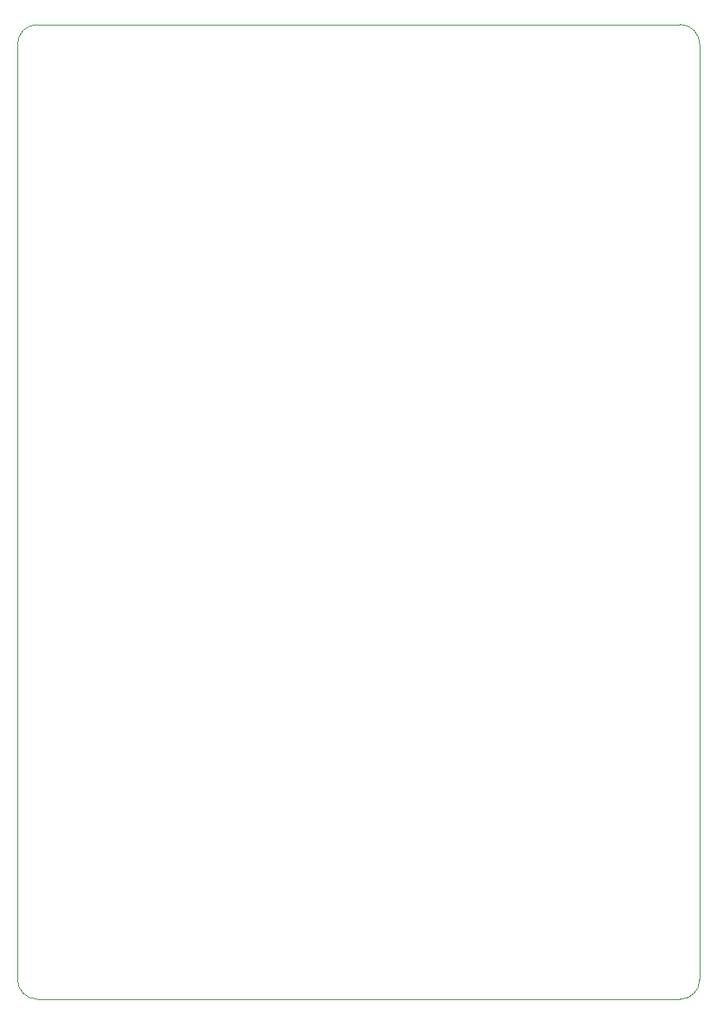
<source format=gbo>
G04 (created by PCBNEW (2013-mar-13)-testing) date Sun 07 Jul 2013 01:13:12 PM PDT*
%MOIN*%
G04 Gerber Fmt 3.4, Leading zero omitted, Abs format*
%FSLAX34Y34*%
G01*
G70*
G90*
G04 APERTURE LIST*
%ADD10C,0.005906*%
%ADD11C,0.003937*%
G04 APERTURE END LIST*
G54D10*
G54D11*
X66141Y-59055D02*
G75*
G03X66929Y-58267I0J787D01*
G74*
G01*
X39370Y-58267D02*
G75*
G03X40157Y-59055I787J0D01*
G74*
G01*
X66929Y-20472D02*
G75*
G03X66141Y-19685I-787J0D01*
G74*
G01*
X40157Y-19685D02*
G75*
G03X39370Y-20472I0J-787D01*
G74*
G01*
X66141Y-19685D02*
X40157Y-19685D01*
X66929Y-58267D02*
X66929Y-20472D01*
X40157Y-59055D02*
X66141Y-59055D01*
X39370Y-20472D02*
X39370Y-58267D01*
M02*

</source>
